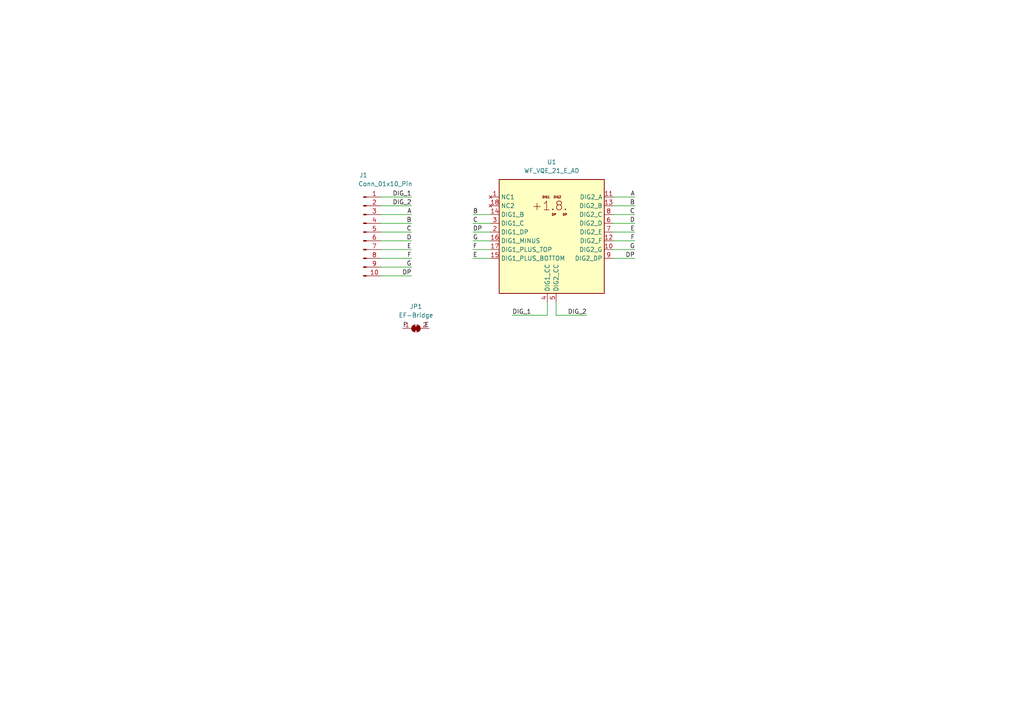
<source format=kicad_sch>
(kicad_sch (version 20230121) (generator eeschema)
  (paper "A4")
  (lib_symbols
    (symbol "Connector:Conn_01x10_Pin" (pin_names (offset 1.016) hide)
      (property "Reference" "J" (at 0 12.7 0))
      (property "Value" "Conn_01x10_Pin" (at 0 -15.24 0))
      (symbol "Conn_01x10_Pin_1_1"
        (polyline (pts (xy 1.27 -12.7) (xy 0.8636 -12.7)) (stroke (width 0.1524)))
        (polyline (pts (xy 1.27 -10.16) (xy 0.8636 -10.16)) (stroke (width 0.1524)))
        (polyline (pts (xy 1.27 -7.62) (xy 0.8636 -7.62)) (stroke (width 0.1524)))
        (polyline (pts (xy 1.27 -5.08) (xy 0.8636 -5.08)) (stroke (width 0.1524)))
        (polyline (pts (xy 1.27 -2.54) (xy 0.8636 -2.54)) (stroke (width 0.1524)))
        (polyline (pts (xy 1.27 0) (xy 0.8636 0)) (stroke (width 0.1524)))
        (polyline (pts (xy 1.27 2.54) (xy 0.8636 2.54)) (stroke (width 0.1524)))
        (polyline (pts (xy 1.27 5.08) (xy 0.8636 5.08)) (stroke (width 0.1524)))
        (polyline (pts (xy 1.27 7.62) (xy 0.8636 7.62)) (stroke (width 0.1524)))
        (polyline (pts (xy 1.27 10.16) (xy 0.8636 10.16)) (stroke (width 0.1524)))
        (rectangle (start 0.8636 -12.573) (end 0 -12.827) (stroke (width 0.1524)) (fill (type outline)))
        (rectangle (start 0.8636 -10.033) (end 0 -10.287) (stroke (width 0.1524)) (fill (type outline)))
        (rectangle (start 0.8636 -7.493) (end 0 -7.747) (stroke (width 0.1524)) (fill (type outline)))
        (rectangle (start 0.8636 -4.953) (end 0 -5.207) (stroke (width 0.1524)) (fill (type outline)))
        (rectangle (start 0.8636 -2.413) (end 0 -2.667) (stroke (width 0.1524)) (fill (type outline)))
        (rectangle (start 0.8636 0.127) (end 0 -0.127) (stroke (width 0.1524)) (fill (type outline)))
        (rectangle (start 0.8636 2.667) (end 0 2.413) (stroke (width 0.1524)) (fill (type outline)))
        (rectangle (start 0.8636 5.207) (end 0 4.953) (stroke (width 0.1524)) (fill (type outline)))
        (rectangle (start 0.8636 7.747) (end 0 7.493) (stroke (width 0.1524)) (fill (type outline)))
        (rectangle (start 0.8636 10.287) (end 0 10.033) (stroke (width 0.1524)) (fill (type outline)))
        (pin passive line (at 5.08 10.16 180) (length 3.81) (name "Pin_1") (number "1"))
        (pin passive line (at 5.08 -12.7 180) (length 3.81) (name "Pin_10") (number "10"))
        (pin passive line (at 5.08 7.62 180) (length 3.81) (name "Pin_2") (number "2"))
        (pin passive line (at 5.08 5.08 180) (length 3.81) (name "Pin_3") (number "3"))
        (pin passive line (at 5.08 2.54 180) (length 3.81) (name "Pin_4") (number "4"))
        (pin passive line (at 5.08 0 180) (length 3.81) (name "Pin_5") (number "5"))
        (pin passive line (at 5.08 -2.54 180) (length 3.81) (name "Pin_6") (number "6"))
        (pin passive line (at 5.08 -5.08 180) (length 3.81) (name "Pin_7") (number "7"))
        (pin passive line (at 5.08 -7.62 180) (length 3.81) (name "Pin_8") (number "8"))
        (pin passive line (at 5.08 -10.16 180) (length 3.81) (name "Pin_9") (number "9"))
      )
    )
    (symbol "HB-Custom-Parts:WF_VQE_21_E_AD"
      (property "Reference" "U" (at -13.97 16.51 0))
      (property "Value" "WF_VQE_21_E_AD" (at 15.24 16.51 0))
      (symbol "WF_VQE_21_E_AD_0_0"
        (text "DIG1" (at -1.651 10.16 0) (effects (font (size 0.635 0.635))))
        (text "DIG2" (at 1.651 10.16 0) (effects (font (size 0.635 0.635))))
      )
      (symbol "WF_VQE_21_E_AD_0_1"
        (rectangle (start -15.24 15.24) (end 15.24 -17.78) (stroke (width 0.254)) (fill (type background)))
      )
      (symbol "WF_VQE_21_E_AD_1_0"
        (text "+1.8." (at -0.635 7.62 0) (effects (font (size 2.54 2.54))))
        (text "DP" (at 0.635 5.08 0) (effects (font (size 0.635 0.635))))
        (text "DP" (at 3.81 5.08 0) (effects (font (size 0.635 0.635))))
      )
      (symbol "WF_VQE_21_E_AD_1_1"
        (pin no_connect line (at -17.78 10.16 0) (length 2.54) (name "NC1") (number "1"))
        (pin input line (at 17.78 -5.08 180) (length 2.54) (name "DIG2_G") (number "10"))
        (pin input line (at 17.78 10.16 180) (length 2.54) (name "DIG2_A") (number "11"))
        (pin input line (at 17.78 -2.54 180) (length 2.54) (name "DIG2_F") (number "12"))
        (pin input line (at 17.78 7.62 180) (length 2.54) (name "DIG2_B") (number "13"))
        (pin input line (at -17.78 5.08 0) (length 2.54) (name "DIG1_B") (number "14"))
        (pin input line (at -17.78 -7.62 0) (length 2.54) (name "DIG1_PLUS_BOTTOM") (number "15"))
        (pin input line (at -17.78 -2.54 0) (length 2.54) (name "DIG1_MINUS") (number "16"))
        (pin input line (at -17.78 -5.08 0) (length 2.54) (name "DIG1_PLUS_TOP") (number "17"))
        (pin no_connect line (at -17.78 7.62 0) (length 2.54) (name "NC2") (number "18"))
        (pin input line (at -17.78 0 0) (length 2.54) (name "DIG1_DP") (number "2"))
        (pin input line (at -17.78 2.54 0) (length 2.54) (name "DIG1_C") (number "3"))
        (pin input line (at -1.27 -20.32 90) (length 2.54) (name "DIG1_CC") (number "4"))
        (pin input line (at 1.27 -20.32 90) (length 2.54) (name "DIG2_CC") (number "5"))
        (pin input line (at 17.78 2.54 180) (length 2.54) (name "DIG2_D") (number "6"))
        (pin input line (at 17.78 0 180) (length 2.54) (name "DIG2_E") (number "7"))
        (pin input line (at 17.78 5.08 180) (length 2.54) (name "DIG2_C") (number "8"))
        (pin input line (at 17.78 -7.62 180) (length 2.54) (name "DIG2_DP") (number "9"))
      )
    )
    (symbol "Jumper:SolderJumper_2_Bridged" (pin_names (offset 0) hide)
      (property "Reference" "JP" (at 0 2.032 0))
      (property "Value" "SolderJumper_2_Bridged" (at 0 -2.54 0))
      (symbol "SolderJumper_2_Bridged_0_1"
        (rectangle (start -0.508 0.508) (end 0.508 -0.508) (fill (type outline)))
        (arc (start -0.254 1.016) (mid -1.2656 0) (end -0.254 -1.016))
        (arc (start -0.254 1.016) (mid -1.2656 0) (end -0.254 -1.016) (fill (type outline)))
        (polyline (pts (xy -0.254 1.016) (xy -0.254 -1.016)))
        (polyline (pts (xy 0.254 1.016) (xy 0.254 -1.016)))
        (arc (start 0.254 -1.016) (mid 1.2656 0) (end 0.254 1.016))
        (arc (start 0.254 -1.016) (mid 1.2656 0) (end 0.254 1.016) (fill (type outline)))
      )
      (symbol "SolderJumper_2_Bridged_1_1"
        (pin passive line (at -3.81 0 0) (length 2.54) (name "A") (number "1"))
        (pin passive line (at 3.81 0 180) (length 2.54) (name "B") (number "2"))
      )
    )
  )
  (wire (pts (xy 110.49 59.69) (xy 119.38 59.69)))
  (wire (pts (xy 110.49 57.15) (xy 119.38 57.15)))
  (wire (pts (xy 161.29 91.44) (xy 170.18 91.44)))
  (wire (pts (xy 177.8 74.93) (xy 184.15 74.93)))
  (wire (pts (xy 110.49 62.23) (xy 119.38 62.23)))
  (wire (pts (xy 161.29 87.63) (xy 161.29 91.44)))
  (wire (pts (xy 177.8 57.15) (xy 184.15 57.15)))
  (wire (pts (xy 177.8 72.39) (xy 184.15 72.39)))
  (wire (pts (xy 177.8 59.69) (xy 184.15 59.69)))
  (wire (pts (xy 110.49 80.01) (xy 119.38 80.01)))
  (wire (pts (xy 110.49 69.85) (xy 119.38 69.85)))
  (wire (pts (xy 137.16 62.23) (xy 142.24 62.23)))
  (wire (pts (xy 177.8 62.23) (xy 184.15 62.23)))
  (wire (pts (xy 110.49 77.47) (xy 119.38 77.47)))
  (wire (pts (xy 110.49 72.39) (xy 119.38 72.39)))
  (wire (pts (xy 110.49 67.31) (xy 119.38 67.31)))
  (wire (pts (xy 137.16 67.31) (xy 142.24 67.31)))
  (wire (pts (xy 137.16 74.93) (xy 142.24 74.93)))
  (wire (pts (xy 137.16 64.77) (xy 142.24 64.77)))
  (wire (pts (xy 177.8 64.77) (xy 184.15 64.77)))
  (wire (pts (xy 177.8 67.31) (xy 184.15 67.31)))
  (wire (pts (xy 148.59 91.44) (xy 158.75 91.44)))
  (wire (pts (xy 110.49 74.93) (xy 119.38 74.93)))
  (wire (pts (xy 177.8 69.85) (xy 184.15 69.85)))
  (wire (pts (xy 158.75 87.63) (xy 158.75 91.44)))
  (wire (pts (xy 137.16 69.85) (xy 142.24 69.85)))
  (wire (pts (xy 137.16 72.39) (xy 142.24 72.39)))
  (wire (pts (xy 110.49 64.77) (xy 119.38 64.77)))
  (label "C" (at 184.15 62.23 180))
  (label "E" (at 184.15 67.31 180))
  (label "E" (at 119.38 72.39 180))
  (label "DP" (at 137.16 67.31 0))
  (label "E" (at 124.46 95.25 180))
  (label "C" (at 137.16 64.77 0))
  (label "C" (at 119.38 67.31 180))
  (label "DIG_2" (at 119.38 59.69 180))
  (label "B" (at 119.38 64.77 180))
  (label "DIG_1" (at 119.38 57.15 180))
  (label "G" (at 137.16 69.85 0))
  (label "A" (at 119.38 62.23 180))
  (label "E" (at 137.16 74.93 0))
  (label "D" (at 184.15 64.77 180))
  (label "F" (at 119.38 74.93 180))
  (label "DIG_2" (at 170.18 91.44 180))
  (label "B" (at 184.15 59.69 180))
  (label "D" (at 119.38 69.85 180))
  (label "DP" (at 119.38 80.01 180))
  (label "G" (at 184.15 72.39 180))
  (label "F" (at 184.15 69.85 180))
  (label "G" (at 119.38 77.47 180))
  (label "F" (at 116.84 95.25 0))
  (label "DIG_1" (at 148.59 91.44 0))
  (label "A" (at 184.15 57.15 180))
  (label "B" (at 137.16 62.23 0))
  (label "F" (at 137.16 72.39 0))
  (label "DP" (at 184.15 74.93 180))
  (symbol (lib_id "Connector:Conn_01x10_Pin") (at 105.41 67.31 0) (unit 1)
    (property "Reference" "J1" (at 105.41 50.8 0))
    (property "Value" "Conn_01x10_Pin" (at 111.76 53.34 0))
    (property "Footprint" "Connector_PinHeader_2.54mm:PinHeader_1x10_P2.54mm_Vertical" (effects hide))
  )
  (symbol (lib_id "Jumper:SolderJumper_2_Bridged") (at 120.65 95.25 0) (unit 1)
    (property "Reference" "JP1" (at 120.65 88.9 0))
    (property "Value" "EF-Bridge" (at 120.65 91.44 0))
    (property "Footprint" "Jumper:SolderJumper-2_P1.3mm_Bridged_Pad1.0x1.5mm" (effects hide))
  )
  (symbol (lib_id "HB-Custom-Parts:WF_VQE_21_E_AD") (at 160.02 67.31 0) (unit 1)
    (property "Reference" "U1" (at 160.02 46.99 0))
    (property "Value" "WF_VQE_21_E_AD" (at 160.02 49.53 0))
    (property "Footprint" "HB-Custom-Parts:WF_VQE_21_E_AD_less_silk" (effects hide))
    (property "Datasheet" "https://datenblatt.weithclan.de/Daten/VQE21-22-23-24.pdf" (effects hide))
  )
)
</source>
